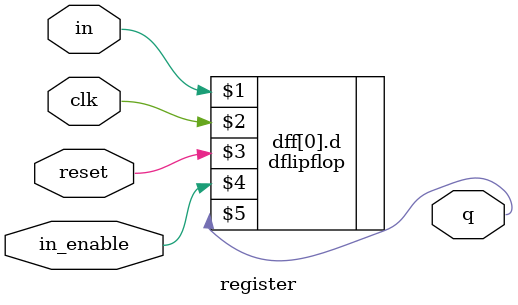
<source format=v>
module register(clk, in_enable, in, q, reset);
	input clk, in_enable, reset;
	input in;
	output q;
	
	genvar c;
	generate
		for (c=0; c < 1; c = c + 1) begin: dff
			dflipflop d(in, clk, reset, in_enable, q);
		end
	endgenerate
	
endmodule
</source>
